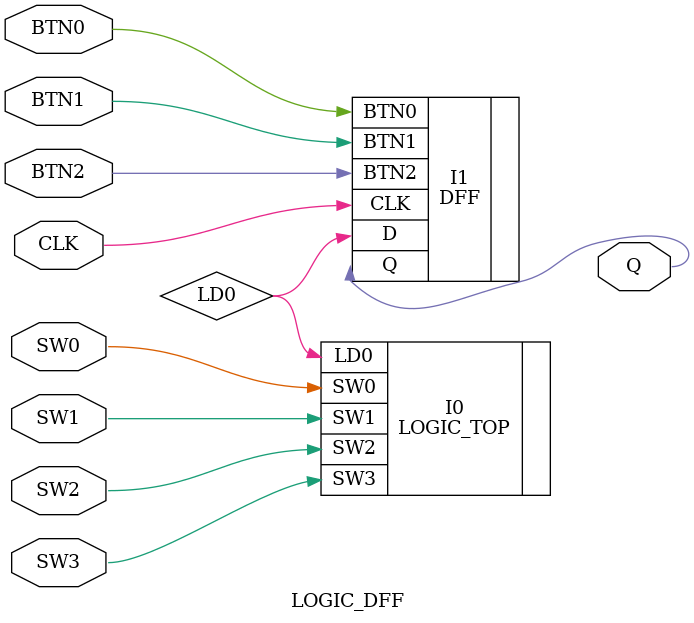
<source format=v>
module LOGIC_DFF (
    CLK, SW0, SW1, SW2, SW3, BTN0, BTN1, BTN2, Q
);
    input CLK;
    input SW0, SW1, SW2, SW3; // switches
    input BTN0, BTN1, BTN2; // buttons
    output Q; // output

    wire LD0;

    LOGIC_TOP I0(.SW0(SW0), .SW1(SW1), .SW2(SW2), .SW3(SW3), .LD0(LD0));
    DFF I1(.CLK(CLK), .BTN0(BTN0), .BTN1(BTN1), .BTN2(BTN2), .D(LD0), .Q(Q));
    
endmodule
</source>
